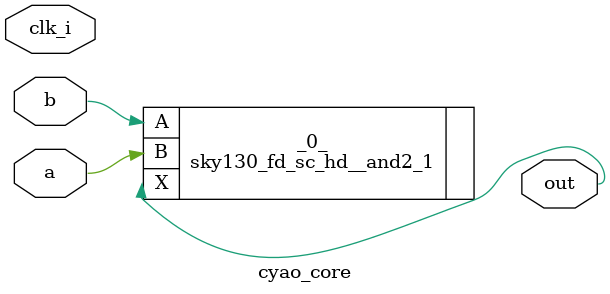
<source format=v>
/* Generated by Yosys 0.22 (git sha1 f109fa3d4c5, clang 13.0.0 -fPIC -Os) */

module cyao_core(clk_i, a, b, out);
  input a;
  wire a;
  input b;
  wire b;
  input clk_i;
  wire clk_i;
  output out;
  wire out;
  sky130_fd_sc_hd__and2_1 _0_ (
    .A(b),
    .B(a),
    .X(out)
  );
endmodule

</source>
